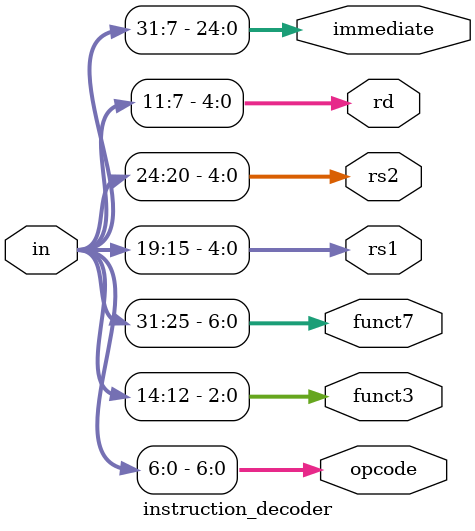
<source format=v>
module instruction_decoder (
  input [31:0] in,
  output [6:0] opcode,
  output [2:0] funct3,
  output [6:0] funct7,
  output [4:0] rs1,
  output [4:0] rs2,
  output [4:0] rd,
  output [24:0] immediate
);
  
  assign opcode = in[6:0];
  assign funct3 = in[14:12];
  assign funct7 = in[31:25];
  assign rs1 = in[19:15];
  assign rs2 = in[24:20];
  assign rd = in[11:7];
  assign immediate = in[31:7];
  
endmodule
</source>
